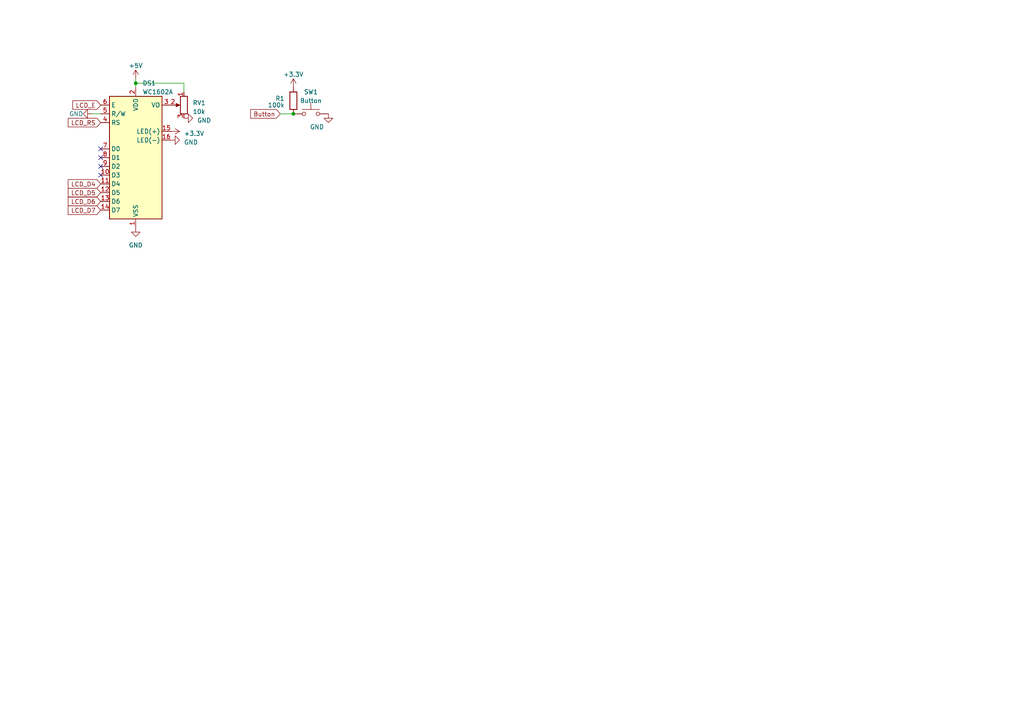
<source format=kicad_sch>
(kicad_sch (version 20230121) (generator eeschema)
  (paper "A4")
  (lib_symbols
    (symbol "Device:R" (pin_numbers hide) (pin_names (offset 0))
      (property "Reference" "R" (at 2.032 0 90))
      (property "Value" "R" (at 0 0 90))
      (symbol "R_0_1"
        (rectangle (start -1.016 -2.54) (end 1.016 2.54) (stroke (width 0.254)))
      )
      (symbol "R_1_1"
        (pin passive line (at 0 3.81 270) (length 1.27) (name "~") (number "1"))
        (pin passive line (at 0 -3.81 90) (length 1.27) (name "~") (number "2"))
      )
    )
    (symbol "Device:R_Potentiometer" (pin_names (offset 1.016) hide)
      (property "Reference" "RV" (at -4.445 0 90))
      (property "Value" "R_Potentiometer" (at -2.54 0 90))
      (symbol "R_Potentiometer_0_1"
        (polyline (pts (xy 2.54 0) (xy 1.524 0)))
        (polyline (pts (xy 1.143 0) (xy 2.286 0.508) (xy 2.286 -0.508) (xy 1.143 0)) (fill (type outline)))
        (rectangle (start 1.016 2.54) (end -1.016 -2.54) (stroke (width 0.254)))
      )
      (symbol "R_Potentiometer_1_1"
        (pin passive line (at 0 3.81 270) (length 1.27) (name "1") (number "1"))
        (pin passive line (at 3.81 0 180) (length 1.27) (name "2") (number "2"))
        (pin passive line (at 0 -3.81 90) (length 1.27) (name "3") (number "3"))
      )
    )
    (symbol "Display_Character:WC1602A"
      (property "Reference" "DS" (at -5.842 19.05 0))
      (property "Value" "WC1602A" (at 5.334 19.05 0))
      (symbol "WC1602A_1_1"
        (rectangle (start -7.62 17.78) (end 7.62 -17.78) (stroke (width 0.254)) (fill (type background)))
        (pin power_in line (at 0 -20.32 90) (length 2.54) (name "VSS") (number "1"))
        (pin input line (at -10.16 -5.08 0) (length 2.54) (name "D3") (number "10"))
        (pin input line (at -10.16 -7.62 0) (length 2.54) (name "D4") (number "11"))
        (pin input line (at -10.16 -10.16 0) (length 2.54) (name "D5") (number "12"))
        (pin input line (at -10.16 -12.7 0) (length 2.54) (name "D6") (number "13"))
        (pin input line (at -10.16 -15.24 0) (length 2.54) (name "D7") (number "14"))
        (pin power_in line (at 10.16 7.62 180) (length 2.54) (name "LED(+)") (number "15"))
        (pin power_in line (at 10.16 5.08 180) (length 2.54) (name "LED(-)") (number "16"))
        (pin power_in line (at 0 20.32 270) (length 2.54) (name "VDD") (number "2"))
        (pin input line (at 10.16 15.24 180) (length 2.54) (name "VO") (number "3"))
        (pin input line (at -10.16 10.16 0) (length 2.54) (name "RS") (number "4"))
        (pin input line (at -10.16 12.7 0) (length 2.54) (name "R/W") (number "5"))
        (pin input line (at -10.16 15.24 0) (length 2.54) (name "E") (number "6"))
        (pin input line (at -10.16 2.54 0) (length 2.54) (name "D0") (number "7"))
        (pin input line (at -10.16 0 0) (length 2.54) (name "D1") (number "8"))
        (pin input line (at -10.16 -2.54 0) (length 2.54) (name "D2") (number "9"))
      )
    )
    (symbol "Switch:SW_Push" (pin_numbers hide) (pin_names (offset 1.016) hide)
      (property "Reference" "SW" (at 1.27 2.54 0))
      (property "Value" "SW_Push" (at 0 -1.524 0))
      (symbol "SW_Push_0_1"
        (circle (center -2.032 0) (radius 0.508))
        (polyline (pts (xy 0 1.27) (xy 0 3.048)))
        (polyline (pts (xy 2.54 1.27) (xy -2.54 1.27)))
        (circle (center 2.032 0) (radius 0.508))
        (pin passive line (at -5.08 0 0) (length 2.54) (name "1") (number "1"))
        (pin passive line (at 5.08 0 180) (length 2.54) (name "2") (number "2"))
      )
    )
    (symbol "power:+3.3V" (power) (pin_names (offset 0))
      (property "Value" "+3.3V" (at 0 3.556 0))
      (symbol "+3.3V_0_1"
        (polyline (pts (xy -0.762 1.27) (xy 0 2.54)))
        (polyline (pts (xy 0 0) (xy 0 2.54)))
        (polyline (pts (xy 0 2.54) (xy 0.762 1.27)))
      )
      (symbol "+3.3V_1_1"
        (pin power_in line (at 0 0 90) (length 0) hide (name "+3.3V") (number "1"))
      )
    )
    (symbol "power:+5V" (power) (pin_names (offset 0))
      (property "Value" "+5V" (at 0 3.556 0))
      (symbol "+5V_0_1"
        (polyline (pts (xy -0.762 1.27) (xy 0 2.54)))
        (polyline (pts (xy 0 0) (xy 0 2.54)))
        (polyline (pts (xy 0 2.54) (xy 0.762 1.27)))
      )
      (symbol "+5V_1_1"
        (pin power_in line (at 0 0 90) (length 0) hide (name "+5V") (number "1"))
      )
    )
    (symbol "power:GND" (power) (pin_names (offset 0))
      (property "Value" "GND" (at 0 -3.81 0))
      (symbol "GND_0_1"
        (polyline (pts (xy 0 0) (xy 0 -1.27) (xy 1.27 -1.27) (xy 0 -2.54) (xy -1.27 -1.27) (xy 0 -1.27)))
      )
      (symbol "GND_1_1"
        (pin power_in line (at 0 0 270) (length 0) hide (name "GND") (number "1"))
      )
    )
  )
  (junction (at 39.37 24.13))
  (junction (at 85.09 33.02))
  (no_connect (at 29.21 50.8))
  (no_connect (at 29.21 43.18))
  (no_connect (at 29.21 45.72))
  (no_connect (at 29.21 48.26))
  (wire (pts (xy 81.28 33.02) (xy 85.09 33.02)))
  (wire (pts (xy 26.67 33.02) (xy 29.21 33.02)))
  (wire (pts (xy 39.37 22.86) (xy 39.37 24.13)))
  (wire (pts (xy 39.37 24.13) (xy 53.34 24.13)))
  (wire (pts (xy 53.34 26.67) (xy 53.34 24.13)))
  (wire (pts (xy 39.37 24.13) (xy 39.37 25.4)))
  (global_label "LCD_D6" (shape input) (at 29.21 58.42 180) (property "Intersheetrefs" "${INTERSHEET_REFS}" (effects hide)))
  (global_label "LCD_D7" (shape input) (at 29.21 60.96 180) (property "Intersheetrefs" "${INTERSHEET_REFS}" (effects hide)))
  (global_label "Button" (shape input) (at 81.28 33.02 180) (property "Intersheetrefs" "${INTERSHEET_REFS}" (effects hide)))
  (global_label "LCD_RS" (shape input) (at 29.21 35.56 180) (property "Intersheetrefs" "${INTERSHEET_REFS}" (effects hide)))
  (global_label "LCD_E" (shape input) (at 29.21 30.48 180) (property "Intersheetrefs" "${INTERSHEET_REFS}" (effects hide)))
  (global_label "LCD_D5" (shape input) (at 29.21 55.88 180) (property "Intersheetrefs" "${INTERSHEET_REFS}" (effects hide)))
  (global_label "LCD_D4" (shape input) (at 29.21 53.34 180) (property "Intersheetrefs" "${INTERSHEET_REFS}" (effects hide)))
  (symbol (lib_id "power:+3.3V") (at 49.53 38.1 270) (unit 1)
    (property "Reference" "#PWR04" (effects hide))
    (property "Value" "+3.3V" (at 53.34 38.735 90) (effects (justify left)))
  )
  (symbol (lib_id "power:+5V") (at 39.37 22.86 0) (unit 1)
    (property "Reference" "#PWR02" (effects hide))
    (property "Value" "+5V" (at 39.37 19.05 0))
  )
  (symbol (lib_id "Display_Character:WC1602A") (at 39.37 45.72 0) (unit 1)
    (property "Reference" "DS1" (at 41.3259 24.13 0) (effects (justify left)))
    (property "Value" "WC1602A" (at 41.3259 26.67 0) (effects (justify left)))
    (property "Footprint" "Display:LCD-016N002L" (effects hide))
    (property "Datasheet" "http://www.wincomlcd.com/pdf/WC1602A-SFYLYHTC06.pdf" (effects hide))
  )
  (symbol (lib_id "power:GND") (at 95.25 33.02 0) (unit 1)
    (property "Reference" "#PWR08" (effects hide))
    (property "Value" "GND" (at 93.98 36.83 0) (effects (justify right)))
  )
  (symbol (lib_id "power:GND") (at 53.34 34.29 90) (unit 1)
    (property "Reference" "#PWR06" (effects hide))
    (property "Value" "GND" (at 57.15 34.925 90) (effects (justify right)))
  )
  (symbol (lib_id "Switch:SW_Push") (at 90.17 33.02 0) (unit 1)
    (property "Reference" "SW1" (at 90.17 26.67 0))
    (property "Value" "Button" (at 90.17 29.21 0))
    (property "Footprint" "Connector_PinHeader_2.54mm:PinHeader_1x02_P2.54mm_Vertical" (effects hide))
  )
  (symbol (lib_id "power:+3.3V") (at 85.09 25.4 0) (unit 1)
    (property "Reference" "#PWR07" (effects hide))
    (property "Value" "+3.3V" (at 85.09 21.59 0))
  )
  (symbol (lib_id "Device:R") (at 85.09 29.21 0) (mirror y) (unit 1)
    (property "Reference" "R1" (at 82.55 28.575 0) (effects (justify left)))
    (property "Value" "100k" (at 82.55 30.48 0) (effects (justify left)))
    (property "Footprint" "Resistor_THT:R_Axial_DIN0204_L3.6mm_D1.6mm_P7.62mm_Horizontal" (effects hide))
  )
  (symbol (lib_id "power:GND") (at 49.53 40.64 90) (unit 1)
    (property "Reference" "#PWR05" (effects hide))
    (property "Value" "GND" (at 53.34 41.275 90) (effects (justify right)))
  )
  (symbol (lib_id "power:GND") (at 26.67 33.02 270) (unit 1)
    (property "Reference" "#PWR01" (effects hide))
    (property "Value" "GND" (at 24.13 33.02 90) (effects (justify right)))
  )
  (symbol (lib_id "power:GND") (at 39.37 66.04 0) (unit 1)
    (property "Reference" "#PWR03" (effects hide))
    (property "Value" "GND" (at 39.37 71.12 0))
  )
  (symbol (lib_id "Device:R_Potentiometer") (at 53.34 30.48 0) (mirror y) (unit 1)
    (property "Reference" "RV1" (at 55.88 29.845 0) (effects (justify right)))
    (property "Value" "10k" (at 55.88 32.385 0) (effects (justify right)))
    (property "Footprint" "Potentiometer_THT:Potentiometer_ACP_CA9-V10_Vertical" (effects hide))
  )
)
</source>
